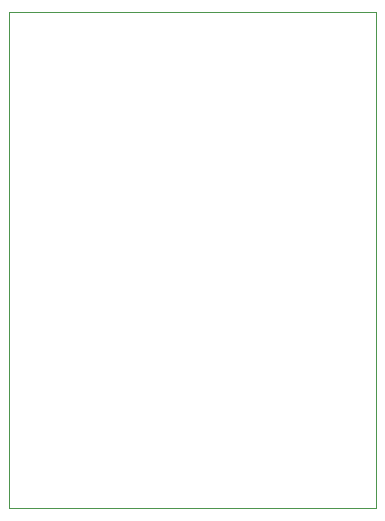
<source format=gbr>
%TF.GenerationSoftware,KiCad,Pcbnew,(5.1.9)-1*%
%TF.CreationDate,2022-10-17T20:04:13-04:00*%
%TF.ProjectId,slime,736c696d-652e-46b6-9963-61645f706362,rev?*%
%TF.SameCoordinates,Original*%
%TF.FileFunction,Profile,NP*%
%FSLAX46Y46*%
G04 Gerber Fmt 4.6, Leading zero omitted, Abs format (unit mm)*
G04 Created by KiCad (PCBNEW (5.1.9)-1) date 2022-10-17 20:04:13*
%MOMM*%
%LPD*%
G01*
G04 APERTURE LIST*
%TA.AperFunction,Profile*%
%ADD10C,0.050000*%
%TD*%
G04 APERTURE END LIST*
D10*
X140000000Y-67500000D02*
X140000000Y-96000000D01*
X109000000Y-67500000D02*
X140000000Y-67500000D01*
X109000000Y-109500000D02*
X109000000Y-67500000D01*
X140000000Y-109500000D02*
X109000000Y-109500000D01*
X140000000Y-96000000D02*
X140000000Y-109500000D01*
M02*

</source>
